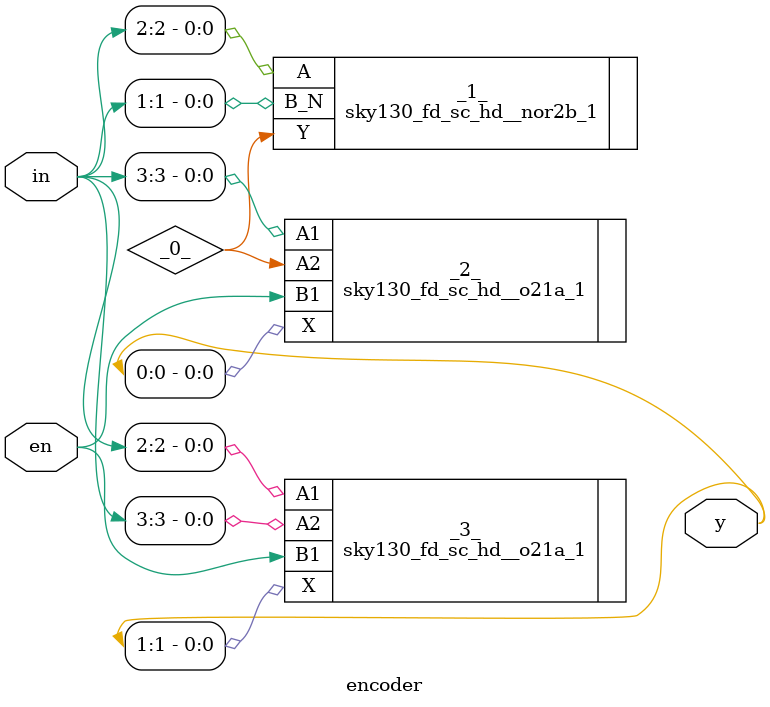
<source format=v>
/* Generated by Yosys 0.33 (git sha1 2584903a060) */

/* top =  1  */
/* src = "priority_encoder_4x2.v:1.1-21.10" */
module encoder(in, en, y);
  wire _0_;
  /* src = "priority_encoder_4x2.v:3.9-3.11" */
  input en;
  wire en;
  /* src = "priority_encoder_4x2.v:2.15-2.17" */
  input [3:0] in;
  wire [3:0] in;
  /* src = "priority_encoder_4x2.v:4.20-4.21" */
  output [1:0] y;
  wire [1:0] y;
  sky130_fd_sc_hd__nor2b_1 _1_ (
    .A(in[2]),
    .B_N(in[1]),
    .Y(_0_)
  );
  sky130_fd_sc_hd__o21a_1 _2_ (
    .A1(in[3]),
    .A2(_0_),
    .B1(en),
    .X(y[0])
  );
  sky130_fd_sc_hd__o21a_1 _3_ (
    .A1(in[2]),
    .A2(in[3]),
    .B1(en),
    .X(y[1])
  );
endmodule

</source>
